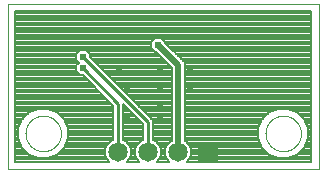
<source format=gbl>
G75*
%MOIN*%
%OFA0B0*%
%FSLAX25Y25*%
%IPPOS*%
%LPD*%
%AMOC8*
5,1,8,0,0,1.08239X$1,22.5*
%
%ADD10C,0.00000*%
%ADD11R,0.06500X0.06500*%
%ADD12C,0.06500*%
%ADD13C,0.02400*%
%ADD14C,0.01000*%
%ADD15C,0.00800*%
%ADD16C,0.02000*%
D10*
X0001400Y0001400D02*
X0001400Y0056518D01*
X0105022Y0056518D01*
X0105022Y0001400D01*
X0001400Y0001400D01*
X0007305Y0013211D02*
X0007307Y0013364D01*
X0007313Y0013518D01*
X0007323Y0013671D01*
X0007337Y0013823D01*
X0007355Y0013976D01*
X0007377Y0014127D01*
X0007402Y0014278D01*
X0007432Y0014429D01*
X0007466Y0014579D01*
X0007503Y0014727D01*
X0007544Y0014875D01*
X0007589Y0015021D01*
X0007638Y0015167D01*
X0007691Y0015311D01*
X0007747Y0015453D01*
X0007807Y0015594D01*
X0007871Y0015734D01*
X0007938Y0015872D01*
X0008009Y0016008D01*
X0008084Y0016142D01*
X0008161Y0016274D01*
X0008243Y0016404D01*
X0008327Y0016532D01*
X0008415Y0016658D01*
X0008506Y0016781D01*
X0008600Y0016902D01*
X0008698Y0017020D01*
X0008798Y0017136D01*
X0008902Y0017249D01*
X0009008Y0017360D01*
X0009117Y0017468D01*
X0009229Y0017573D01*
X0009343Y0017674D01*
X0009461Y0017773D01*
X0009580Y0017869D01*
X0009702Y0017962D01*
X0009827Y0018051D01*
X0009954Y0018138D01*
X0010083Y0018220D01*
X0010214Y0018300D01*
X0010347Y0018376D01*
X0010482Y0018449D01*
X0010619Y0018518D01*
X0010758Y0018583D01*
X0010898Y0018645D01*
X0011040Y0018703D01*
X0011183Y0018758D01*
X0011328Y0018809D01*
X0011474Y0018856D01*
X0011621Y0018899D01*
X0011769Y0018938D01*
X0011918Y0018974D01*
X0012068Y0019005D01*
X0012219Y0019033D01*
X0012370Y0019057D01*
X0012523Y0019077D01*
X0012675Y0019093D01*
X0012828Y0019105D01*
X0012981Y0019113D01*
X0013134Y0019117D01*
X0013288Y0019117D01*
X0013441Y0019113D01*
X0013594Y0019105D01*
X0013747Y0019093D01*
X0013899Y0019077D01*
X0014052Y0019057D01*
X0014203Y0019033D01*
X0014354Y0019005D01*
X0014504Y0018974D01*
X0014653Y0018938D01*
X0014801Y0018899D01*
X0014948Y0018856D01*
X0015094Y0018809D01*
X0015239Y0018758D01*
X0015382Y0018703D01*
X0015524Y0018645D01*
X0015664Y0018583D01*
X0015803Y0018518D01*
X0015940Y0018449D01*
X0016075Y0018376D01*
X0016208Y0018300D01*
X0016339Y0018220D01*
X0016468Y0018138D01*
X0016595Y0018051D01*
X0016720Y0017962D01*
X0016842Y0017869D01*
X0016961Y0017773D01*
X0017079Y0017674D01*
X0017193Y0017573D01*
X0017305Y0017468D01*
X0017414Y0017360D01*
X0017520Y0017249D01*
X0017624Y0017136D01*
X0017724Y0017020D01*
X0017822Y0016902D01*
X0017916Y0016781D01*
X0018007Y0016658D01*
X0018095Y0016532D01*
X0018179Y0016404D01*
X0018261Y0016274D01*
X0018338Y0016142D01*
X0018413Y0016008D01*
X0018484Y0015872D01*
X0018551Y0015734D01*
X0018615Y0015594D01*
X0018675Y0015453D01*
X0018731Y0015311D01*
X0018784Y0015167D01*
X0018833Y0015021D01*
X0018878Y0014875D01*
X0018919Y0014727D01*
X0018956Y0014579D01*
X0018990Y0014429D01*
X0019020Y0014278D01*
X0019045Y0014127D01*
X0019067Y0013976D01*
X0019085Y0013823D01*
X0019099Y0013671D01*
X0019109Y0013518D01*
X0019115Y0013364D01*
X0019117Y0013211D01*
X0019115Y0013058D01*
X0019109Y0012904D01*
X0019099Y0012751D01*
X0019085Y0012599D01*
X0019067Y0012446D01*
X0019045Y0012295D01*
X0019020Y0012144D01*
X0018990Y0011993D01*
X0018956Y0011843D01*
X0018919Y0011695D01*
X0018878Y0011547D01*
X0018833Y0011401D01*
X0018784Y0011255D01*
X0018731Y0011111D01*
X0018675Y0010969D01*
X0018615Y0010828D01*
X0018551Y0010688D01*
X0018484Y0010550D01*
X0018413Y0010414D01*
X0018338Y0010280D01*
X0018261Y0010148D01*
X0018179Y0010018D01*
X0018095Y0009890D01*
X0018007Y0009764D01*
X0017916Y0009641D01*
X0017822Y0009520D01*
X0017724Y0009402D01*
X0017624Y0009286D01*
X0017520Y0009173D01*
X0017414Y0009062D01*
X0017305Y0008954D01*
X0017193Y0008849D01*
X0017079Y0008748D01*
X0016961Y0008649D01*
X0016842Y0008553D01*
X0016720Y0008460D01*
X0016595Y0008371D01*
X0016468Y0008284D01*
X0016339Y0008202D01*
X0016208Y0008122D01*
X0016075Y0008046D01*
X0015940Y0007973D01*
X0015803Y0007904D01*
X0015664Y0007839D01*
X0015524Y0007777D01*
X0015382Y0007719D01*
X0015239Y0007664D01*
X0015094Y0007613D01*
X0014948Y0007566D01*
X0014801Y0007523D01*
X0014653Y0007484D01*
X0014504Y0007448D01*
X0014354Y0007417D01*
X0014203Y0007389D01*
X0014052Y0007365D01*
X0013899Y0007345D01*
X0013747Y0007329D01*
X0013594Y0007317D01*
X0013441Y0007309D01*
X0013288Y0007305D01*
X0013134Y0007305D01*
X0012981Y0007309D01*
X0012828Y0007317D01*
X0012675Y0007329D01*
X0012523Y0007345D01*
X0012370Y0007365D01*
X0012219Y0007389D01*
X0012068Y0007417D01*
X0011918Y0007448D01*
X0011769Y0007484D01*
X0011621Y0007523D01*
X0011474Y0007566D01*
X0011328Y0007613D01*
X0011183Y0007664D01*
X0011040Y0007719D01*
X0010898Y0007777D01*
X0010758Y0007839D01*
X0010619Y0007904D01*
X0010482Y0007973D01*
X0010347Y0008046D01*
X0010214Y0008122D01*
X0010083Y0008202D01*
X0009954Y0008284D01*
X0009827Y0008371D01*
X0009702Y0008460D01*
X0009580Y0008553D01*
X0009461Y0008649D01*
X0009343Y0008748D01*
X0009229Y0008849D01*
X0009117Y0008954D01*
X0009008Y0009062D01*
X0008902Y0009173D01*
X0008798Y0009286D01*
X0008698Y0009402D01*
X0008600Y0009520D01*
X0008506Y0009641D01*
X0008415Y0009764D01*
X0008327Y0009890D01*
X0008243Y0010018D01*
X0008161Y0010148D01*
X0008084Y0010280D01*
X0008009Y0010414D01*
X0007938Y0010550D01*
X0007871Y0010688D01*
X0007807Y0010828D01*
X0007747Y0010969D01*
X0007691Y0011111D01*
X0007638Y0011255D01*
X0007589Y0011401D01*
X0007544Y0011547D01*
X0007503Y0011695D01*
X0007466Y0011843D01*
X0007432Y0011993D01*
X0007402Y0012144D01*
X0007377Y0012295D01*
X0007355Y0012446D01*
X0007337Y0012599D01*
X0007323Y0012751D01*
X0007313Y0012904D01*
X0007307Y0013058D01*
X0007305Y0013211D01*
X0087305Y0013211D02*
X0087307Y0013364D01*
X0087313Y0013518D01*
X0087323Y0013671D01*
X0087337Y0013823D01*
X0087355Y0013976D01*
X0087377Y0014127D01*
X0087402Y0014278D01*
X0087432Y0014429D01*
X0087466Y0014579D01*
X0087503Y0014727D01*
X0087544Y0014875D01*
X0087589Y0015021D01*
X0087638Y0015167D01*
X0087691Y0015311D01*
X0087747Y0015453D01*
X0087807Y0015594D01*
X0087871Y0015734D01*
X0087938Y0015872D01*
X0088009Y0016008D01*
X0088084Y0016142D01*
X0088161Y0016274D01*
X0088243Y0016404D01*
X0088327Y0016532D01*
X0088415Y0016658D01*
X0088506Y0016781D01*
X0088600Y0016902D01*
X0088698Y0017020D01*
X0088798Y0017136D01*
X0088902Y0017249D01*
X0089008Y0017360D01*
X0089117Y0017468D01*
X0089229Y0017573D01*
X0089343Y0017674D01*
X0089461Y0017773D01*
X0089580Y0017869D01*
X0089702Y0017962D01*
X0089827Y0018051D01*
X0089954Y0018138D01*
X0090083Y0018220D01*
X0090214Y0018300D01*
X0090347Y0018376D01*
X0090482Y0018449D01*
X0090619Y0018518D01*
X0090758Y0018583D01*
X0090898Y0018645D01*
X0091040Y0018703D01*
X0091183Y0018758D01*
X0091328Y0018809D01*
X0091474Y0018856D01*
X0091621Y0018899D01*
X0091769Y0018938D01*
X0091918Y0018974D01*
X0092068Y0019005D01*
X0092219Y0019033D01*
X0092370Y0019057D01*
X0092523Y0019077D01*
X0092675Y0019093D01*
X0092828Y0019105D01*
X0092981Y0019113D01*
X0093134Y0019117D01*
X0093288Y0019117D01*
X0093441Y0019113D01*
X0093594Y0019105D01*
X0093747Y0019093D01*
X0093899Y0019077D01*
X0094052Y0019057D01*
X0094203Y0019033D01*
X0094354Y0019005D01*
X0094504Y0018974D01*
X0094653Y0018938D01*
X0094801Y0018899D01*
X0094948Y0018856D01*
X0095094Y0018809D01*
X0095239Y0018758D01*
X0095382Y0018703D01*
X0095524Y0018645D01*
X0095664Y0018583D01*
X0095803Y0018518D01*
X0095940Y0018449D01*
X0096075Y0018376D01*
X0096208Y0018300D01*
X0096339Y0018220D01*
X0096468Y0018138D01*
X0096595Y0018051D01*
X0096720Y0017962D01*
X0096842Y0017869D01*
X0096961Y0017773D01*
X0097079Y0017674D01*
X0097193Y0017573D01*
X0097305Y0017468D01*
X0097414Y0017360D01*
X0097520Y0017249D01*
X0097624Y0017136D01*
X0097724Y0017020D01*
X0097822Y0016902D01*
X0097916Y0016781D01*
X0098007Y0016658D01*
X0098095Y0016532D01*
X0098179Y0016404D01*
X0098261Y0016274D01*
X0098338Y0016142D01*
X0098413Y0016008D01*
X0098484Y0015872D01*
X0098551Y0015734D01*
X0098615Y0015594D01*
X0098675Y0015453D01*
X0098731Y0015311D01*
X0098784Y0015167D01*
X0098833Y0015021D01*
X0098878Y0014875D01*
X0098919Y0014727D01*
X0098956Y0014579D01*
X0098990Y0014429D01*
X0099020Y0014278D01*
X0099045Y0014127D01*
X0099067Y0013976D01*
X0099085Y0013823D01*
X0099099Y0013671D01*
X0099109Y0013518D01*
X0099115Y0013364D01*
X0099117Y0013211D01*
X0099115Y0013058D01*
X0099109Y0012904D01*
X0099099Y0012751D01*
X0099085Y0012599D01*
X0099067Y0012446D01*
X0099045Y0012295D01*
X0099020Y0012144D01*
X0098990Y0011993D01*
X0098956Y0011843D01*
X0098919Y0011695D01*
X0098878Y0011547D01*
X0098833Y0011401D01*
X0098784Y0011255D01*
X0098731Y0011111D01*
X0098675Y0010969D01*
X0098615Y0010828D01*
X0098551Y0010688D01*
X0098484Y0010550D01*
X0098413Y0010414D01*
X0098338Y0010280D01*
X0098261Y0010148D01*
X0098179Y0010018D01*
X0098095Y0009890D01*
X0098007Y0009764D01*
X0097916Y0009641D01*
X0097822Y0009520D01*
X0097724Y0009402D01*
X0097624Y0009286D01*
X0097520Y0009173D01*
X0097414Y0009062D01*
X0097305Y0008954D01*
X0097193Y0008849D01*
X0097079Y0008748D01*
X0096961Y0008649D01*
X0096842Y0008553D01*
X0096720Y0008460D01*
X0096595Y0008371D01*
X0096468Y0008284D01*
X0096339Y0008202D01*
X0096208Y0008122D01*
X0096075Y0008046D01*
X0095940Y0007973D01*
X0095803Y0007904D01*
X0095664Y0007839D01*
X0095524Y0007777D01*
X0095382Y0007719D01*
X0095239Y0007664D01*
X0095094Y0007613D01*
X0094948Y0007566D01*
X0094801Y0007523D01*
X0094653Y0007484D01*
X0094504Y0007448D01*
X0094354Y0007417D01*
X0094203Y0007389D01*
X0094052Y0007365D01*
X0093899Y0007345D01*
X0093747Y0007329D01*
X0093594Y0007317D01*
X0093441Y0007309D01*
X0093288Y0007305D01*
X0093134Y0007305D01*
X0092981Y0007309D01*
X0092828Y0007317D01*
X0092675Y0007329D01*
X0092523Y0007345D01*
X0092370Y0007365D01*
X0092219Y0007389D01*
X0092068Y0007417D01*
X0091918Y0007448D01*
X0091769Y0007484D01*
X0091621Y0007523D01*
X0091474Y0007566D01*
X0091328Y0007613D01*
X0091183Y0007664D01*
X0091040Y0007719D01*
X0090898Y0007777D01*
X0090758Y0007839D01*
X0090619Y0007904D01*
X0090482Y0007973D01*
X0090347Y0008046D01*
X0090214Y0008122D01*
X0090083Y0008202D01*
X0089954Y0008284D01*
X0089827Y0008371D01*
X0089702Y0008460D01*
X0089580Y0008553D01*
X0089461Y0008649D01*
X0089343Y0008748D01*
X0089229Y0008849D01*
X0089117Y0008954D01*
X0089008Y0009062D01*
X0088902Y0009173D01*
X0088798Y0009286D01*
X0088698Y0009402D01*
X0088600Y0009520D01*
X0088506Y0009641D01*
X0088415Y0009764D01*
X0088327Y0009890D01*
X0088243Y0010018D01*
X0088161Y0010148D01*
X0088084Y0010280D01*
X0088009Y0010414D01*
X0087938Y0010550D01*
X0087871Y0010688D01*
X0087807Y0010828D01*
X0087747Y0010969D01*
X0087691Y0011111D01*
X0087638Y0011255D01*
X0087589Y0011401D01*
X0087544Y0011547D01*
X0087503Y0011695D01*
X0087466Y0011843D01*
X0087432Y0011993D01*
X0087402Y0012144D01*
X0087377Y0012295D01*
X0087355Y0012446D01*
X0087337Y0012599D01*
X0087323Y0012751D01*
X0087313Y0012904D01*
X0087307Y0013058D01*
X0087305Y0013211D01*
D11*
X0068211Y0007000D03*
D12*
X0058211Y0007000D03*
X0048211Y0007000D03*
X0038211Y0007000D03*
D13*
X0041300Y0018000D03*
X0052300Y0018000D03*
X0052300Y0023000D03*
X0052300Y0028000D03*
X0062300Y0028000D03*
X0062300Y0033600D03*
X0052300Y0033600D03*
X0041300Y0028000D03*
X0038600Y0033600D03*
X0026400Y0034900D03*
X0026400Y0038800D03*
X0051500Y0042739D03*
D14*
X0038211Y0023089D02*
X0026400Y0034900D01*
X0026400Y0038800D02*
X0048211Y0016989D01*
X0048211Y0007000D01*
X0038211Y0007000D02*
X0038211Y0023089D01*
D15*
X0036611Y0022426D02*
X0036611Y0011046D01*
X0035747Y0010688D01*
X0034523Y0009464D01*
X0033861Y0007865D01*
X0033861Y0006135D01*
X0034523Y0004536D01*
X0035259Y0003800D01*
X0003800Y0003800D01*
X0003800Y0054118D01*
X0102622Y0054118D01*
X0102622Y0003800D01*
X0061163Y0003800D01*
X0061899Y0004536D01*
X0062561Y0006135D01*
X0062561Y0007865D01*
X0061899Y0009464D01*
X0060675Y0010688D01*
X0060311Y0010839D01*
X0060311Y0036897D01*
X0053800Y0043408D01*
X0053800Y0043691D01*
X0052453Y0045039D01*
X0050547Y0045039D01*
X0049200Y0043691D01*
X0049200Y0041786D01*
X0050547Y0040439D01*
X0050830Y0040439D01*
X0056111Y0035158D01*
X0056111Y0010839D01*
X0055747Y0010688D01*
X0054523Y0009464D01*
X0053861Y0007865D01*
X0053861Y0006135D01*
X0054523Y0004536D01*
X0055259Y0003800D01*
X0051163Y0003800D01*
X0051899Y0004536D01*
X0052561Y0006135D01*
X0052561Y0007865D01*
X0051899Y0009464D01*
X0050675Y0010688D01*
X0049811Y0011046D01*
X0049811Y0017652D01*
X0048874Y0018589D01*
X0028700Y0038763D01*
X0028700Y0039753D01*
X0027353Y0041100D01*
X0025447Y0041100D01*
X0024100Y0039753D01*
X0024100Y0037847D01*
X0025097Y0036850D01*
X0024100Y0035853D01*
X0024100Y0033947D01*
X0025447Y0032600D01*
X0026437Y0032600D01*
X0036611Y0022426D01*
X0036611Y0022161D02*
X0003800Y0022161D01*
X0003800Y0022960D02*
X0036077Y0022960D01*
X0035279Y0023758D02*
X0003800Y0023758D01*
X0003800Y0024557D02*
X0034480Y0024557D01*
X0033682Y0025355D02*
X0003800Y0025355D01*
X0003800Y0026154D02*
X0032883Y0026154D01*
X0032085Y0026952D02*
X0003800Y0026952D01*
X0003800Y0027751D02*
X0031286Y0027751D01*
X0030488Y0028549D02*
X0003800Y0028549D01*
X0003800Y0029348D02*
X0029689Y0029348D01*
X0028891Y0030146D02*
X0003800Y0030146D01*
X0003800Y0030945D02*
X0028092Y0030945D01*
X0027294Y0031743D02*
X0003800Y0031743D01*
X0003800Y0032542D02*
X0026495Y0032542D01*
X0024707Y0033340D02*
X0003800Y0033340D01*
X0003800Y0034139D02*
X0024100Y0034139D01*
X0024100Y0034937D02*
X0003800Y0034937D01*
X0003800Y0035736D02*
X0024100Y0035736D01*
X0024782Y0036534D02*
X0003800Y0036534D01*
X0003800Y0037333D02*
X0024614Y0037333D01*
X0024100Y0038132D02*
X0003800Y0038132D01*
X0003800Y0038930D02*
X0024100Y0038930D01*
X0024100Y0039729D02*
X0003800Y0039729D01*
X0003800Y0040527D02*
X0024874Y0040527D01*
X0027926Y0040527D02*
X0050459Y0040527D01*
X0051540Y0039729D02*
X0028700Y0039729D01*
X0028700Y0038930D02*
X0052339Y0038930D01*
X0053137Y0038132D02*
X0029331Y0038132D01*
X0030130Y0037333D02*
X0053936Y0037333D01*
X0054734Y0036534D02*
X0030928Y0036534D01*
X0031727Y0035736D02*
X0055533Y0035736D01*
X0056111Y0034937D02*
X0032525Y0034937D01*
X0033324Y0034139D02*
X0056111Y0034139D01*
X0056111Y0033340D02*
X0034122Y0033340D01*
X0034921Y0032542D02*
X0056111Y0032542D01*
X0056111Y0031743D02*
X0035719Y0031743D01*
X0036518Y0030945D02*
X0056111Y0030945D01*
X0056111Y0030146D02*
X0037316Y0030146D01*
X0038115Y0029348D02*
X0056111Y0029348D01*
X0056111Y0028549D02*
X0038913Y0028549D01*
X0039712Y0027751D02*
X0056111Y0027751D01*
X0056111Y0026952D02*
X0040510Y0026952D01*
X0041309Y0026154D02*
X0056111Y0026154D01*
X0056111Y0025355D02*
X0042107Y0025355D01*
X0042906Y0024557D02*
X0056111Y0024557D01*
X0056111Y0023758D02*
X0043704Y0023758D01*
X0044503Y0022960D02*
X0056111Y0022960D01*
X0056111Y0022161D02*
X0045301Y0022161D01*
X0046100Y0021363D02*
X0056111Y0021363D01*
X0056111Y0020564D02*
X0046898Y0020564D01*
X0047697Y0019766D02*
X0056111Y0019766D01*
X0056111Y0018967D02*
X0048495Y0018967D01*
X0049294Y0018169D02*
X0056111Y0018169D01*
X0056111Y0017370D02*
X0049811Y0017370D01*
X0049811Y0016572D02*
X0056111Y0016572D01*
X0056111Y0015773D02*
X0049811Y0015773D01*
X0049811Y0014975D02*
X0056111Y0014975D01*
X0056111Y0014176D02*
X0049811Y0014176D01*
X0049811Y0013378D02*
X0056111Y0013378D01*
X0056111Y0012579D02*
X0049811Y0012579D01*
X0049811Y0011781D02*
X0056111Y0011781D01*
X0056111Y0010982D02*
X0049964Y0010982D01*
X0051179Y0010184D02*
X0055243Y0010184D01*
X0054491Y0009385D02*
X0051931Y0009385D01*
X0052262Y0008587D02*
X0054160Y0008587D01*
X0053861Y0007788D02*
X0052561Y0007788D01*
X0052561Y0006990D02*
X0053861Y0006990D01*
X0053861Y0006191D02*
X0052561Y0006191D01*
X0052254Y0005393D02*
X0054168Y0005393D01*
X0054499Y0004594D02*
X0051923Y0004594D01*
X0045259Y0003800D02*
X0041163Y0003800D01*
X0041899Y0004536D01*
X0042561Y0006135D01*
X0042561Y0007865D01*
X0041899Y0009464D01*
X0040675Y0010688D01*
X0039811Y0011046D01*
X0039811Y0023126D01*
X0046611Y0016326D01*
X0046611Y0011046D01*
X0045747Y0010688D01*
X0044523Y0009464D01*
X0043861Y0007865D01*
X0043861Y0006135D01*
X0044523Y0004536D01*
X0045259Y0003800D01*
X0044499Y0004594D02*
X0041923Y0004594D01*
X0042254Y0005393D02*
X0044168Y0005393D01*
X0043861Y0006191D02*
X0042561Y0006191D01*
X0042561Y0006990D02*
X0043861Y0006990D01*
X0043861Y0007788D02*
X0042561Y0007788D01*
X0042262Y0008587D02*
X0044160Y0008587D01*
X0044491Y0009385D02*
X0041931Y0009385D01*
X0041179Y0010184D02*
X0045243Y0010184D01*
X0046458Y0010982D02*
X0039964Y0010982D01*
X0039811Y0011781D02*
X0046611Y0011781D01*
X0046611Y0012579D02*
X0039811Y0012579D01*
X0039811Y0013378D02*
X0046611Y0013378D01*
X0046611Y0014176D02*
X0039811Y0014176D01*
X0039811Y0014975D02*
X0046611Y0014975D01*
X0046611Y0015773D02*
X0039811Y0015773D01*
X0039811Y0016572D02*
X0046366Y0016572D01*
X0045567Y0017370D02*
X0039811Y0017370D01*
X0039811Y0018169D02*
X0044769Y0018169D01*
X0043970Y0018967D02*
X0039811Y0018967D01*
X0039811Y0019766D02*
X0043171Y0019766D01*
X0042373Y0020564D02*
X0039811Y0020564D01*
X0039811Y0021363D02*
X0041574Y0021363D01*
X0040776Y0022161D02*
X0039811Y0022161D01*
X0039811Y0022960D02*
X0039977Y0022960D01*
X0036611Y0021363D02*
X0015234Y0021363D01*
X0014863Y0021517D02*
X0011559Y0021517D01*
X0008506Y0020252D01*
X0006170Y0017916D01*
X0004906Y0014863D01*
X0004906Y0011559D01*
X0006170Y0008506D01*
X0008506Y0006170D01*
X0011559Y0004906D01*
X0014863Y0004906D01*
X0017916Y0006170D01*
X0020252Y0008506D01*
X0021517Y0011559D01*
X0021517Y0014863D01*
X0020252Y0017916D01*
X0017916Y0020252D01*
X0014863Y0021517D01*
X0017162Y0020564D02*
X0036611Y0020564D01*
X0036611Y0019766D02*
X0018402Y0019766D01*
X0019201Y0018967D02*
X0036611Y0018967D01*
X0036611Y0018169D02*
X0019999Y0018169D01*
X0020478Y0017370D02*
X0036611Y0017370D01*
X0036611Y0016572D02*
X0020809Y0016572D01*
X0021140Y0015773D02*
X0036611Y0015773D01*
X0036611Y0014975D02*
X0021470Y0014975D01*
X0021517Y0014176D02*
X0036611Y0014176D01*
X0036611Y0013378D02*
X0021517Y0013378D01*
X0021517Y0012579D02*
X0036611Y0012579D01*
X0036611Y0011781D02*
X0021517Y0011781D01*
X0021278Y0010982D02*
X0036458Y0010982D01*
X0035243Y0010184D02*
X0020947Y0010184D01*
X0020616Y0009385D02*
X0034491Y0009385D01*
X0034160Y0008587D02*
X0020285Y0008587D01*
X0019534Y0007788D02*
X0033861Y0007788D01*
X0033861Y0006990D02*
X0018735Y0006990D01*
X0017937Y0006191D02*
X0033861Y0006191D01*
X0034168Y0005393D02*
X0016039Y0005393D01*
X0010383Y0005393D02*
X0003800Y0005393D01*
X0003800Y0006191D02*
X0008485Y0006191D01*
X0007687Y0006990D02*
X0003800Y0006990D01*
X0003800Y0007788D02*
X0006888Y0007788D01*
X0006137Y0008587D02*
X0003800Y0008587D01*
X0003800Y0009385D02*
X0005806Y0009385D01*
X0005475Y0010184D02*
X0003800Y0010184D01*
X0003800Y0010982D02*
X0005144Y0010982D01*
X0004906Y0011781D02*
X0003800Y0011781D01*
X0003800Y0012579D02*
X0004906Y0012579D01*
X0004906Y0013378D02*
X0003800Y0013378D01*
X0003800Y0014176D02*
X0004906Y0014176D01*
X0004952Y0014975D02*
X0003800Y0014975D01*
X0003800Y0015773D02*
X0005282Y0015773D01*
X0005613Y0016572D02*
X0003800Y0016572D01*
X0003800Y0017370D02*
X0005944Y0017370D01*
X0006423Y0018169D02*
X0003800Y0018169D01*
X0003800Y0018967D02*
X0007221Y0018967D01*
X0008020Y0019766D02*
X0003800Y0019766D01*
X0003800Y0020564D02*
X0009260Y0020564D01*
X0011188Y0021363D02*
X0003800Y0021363D01*
X0003800Y0004594D02*
X0034499Y0004594D01*
X0060311Y0010982D02*
X0085144Y0010982D01*
X0084906Y0011559D02*
X0086170Y0008506D01*
X0088506Y0006170D01*
X0091559Y0004906D01*
X0094863Y0004906D01*
X0097916Y0006170D01*
X0100252Y0008506D01*
X0101517Y0011559D01*
X0101517Y0014863D01*
X0100252Y0017916D01*
X0097916Y0020252D01*
X0094863Y0021517D01*
X0091559Y0021517D01*
X0088506Y0020252D01*
X0086170Y0017916D01*
X0084906Y0014863D01*
X0084906Y0011559D01*
X0084906Y0011781D02*
X0060311Y0011781D01*
X0060311Y0012579D02*
X0084906Y0012579D01*
X0084906Y0013378D02*
X0060311Y0013378D01*
X0060311Y0014176D02*
X0084906Y0014176D01*
X0084952Y0014975D02*
X0060311Y0014975D01*
X0060311Y0015773D02*
X0085282Y0015773D01*
X0085613Y0016572D02*
X0060311Y0016572D01*
X0060311Y0017370D02*
X0085944Y0017370D01*
X0086423Y0018169D02*
X0060311Y0018169D01*
X0060311Y0018967D02*
X0087221Y0018967D01*
X0088020Y0019766D02*
X0060311Y0019766D01*
X0060311Y0020564D02*
X0089260Y0020564D01*
X0091188Y0021363D02*
X0060311Y0021363D01*
X0060311Y0022161D02*
X0102622Y0022161D01*
X0102622Y0022960D02*
X0060311Y0022960D01*
X0060311Y0023758D02*
X0102622Y0023758D01*
X0102622Y0024557D02*
X0060311Y0024557D01*
X0060311Y0025355D02*
X0102622Y0025355D01*
X0102622Y0026154D02*
X0060311Y0026154D01*
X0060311Y0026952D02*
X0102622Y0026952D01*
X0102622Y0027751D02*
X0060311Y0027751D01*
X0060311Y0028549D02*
X0102622Y0028549D01*
X0102622Y0029348D02*
X0060311Y0029348D01*
X0060311Y0030146D02*
X0102622Y0030146D01*
X0102622Y0030945D02*
X0060311Y0030945D01*
X0060311Y0031743D02*
X0102622Y0031743D01*
X0102622Y0032542D02*
X0060311Y0032542D01*
X0060311Y0033340D02*
X0102622Y0033340D01*
X0102622Y0034139D02*
X0060311Y0034139D01*
X0060311Y0034937D02*
X0102622Y0034937D01*
X0102622Y0035736D02*
X0060311Y0035736D01*
X0060311Y0036534D02*
X0102622Y0036534D01*
X0102622Y0037333D02*
X0059875Y0037333D01*
X0059077Y0038132D02*
X0102622Y0038132D01*
X0102622Y0038930D02*
X0058278Y0038930D01*
X0057480Y0039729D02*
X0102622Y0039729D01*
X0102622Y0040527D02*
X0056681Y0040527D01*
X0055883Y0041326D02*
X0102622Y0041326D01*
X0102622Y0042124D02*
X0055084Y0042124D01*
X0054286Y0042923D02*
X0102622Y0042923D01*
X0102622Y0043721D02*
X0053770Y0043721D01*
X0052972Y0044520D02*
X0102622Y0044520D01*
X0102622Y0045318D02*
X0003800Y0045318D01*
X0003800Y0044520D02*
X0050028Y0044520D01*
X0049230Y0043721D02*
X0003800Y0043721D01*
X0003800Y0042923D02*
X0049200Y0042923D01*
X0049200Y0042124D02*
X0003800Y0042124D01*
X0003800Y0041326D02*
X0049660Y0041326D01*
X0003800Y0046117D02*
X0102622Y0046117D01*
X0102622Y0046915D02*
X0003800Y0046915D01*
X0003800Y0047714D02*
X0102622Y0047714D01*
X0102622Y0048512D02*
X0003800Y0048512D01*
X0003800Y0049311D02*
X0102622Y0049311D01*
X0102622Y0050109D02*
X0003800Y0050109D01*
X0003800Y0050908D02*
X0102622Y0050908D01*
X0102622Y0051706D02*
X0003800Y0051706D01*
X0003800Y0052505D02*
X0102622Y0052505D01*
X0102622Y0053303D02*
X0003800Y0053303D01*
X0003800Y0054102D02*
X0102622Y0054102D01*
X0102622Y0021363D02*
X0095234Y0021363D01*
X0097162Y0020564D02*
X0102622Y0020564D01*
X0102622Y0019766D02*
X0098402Y0019766D01*
X0099201Y0018967D02*
X0102622Y0018967D01*
X0102622Y0018169D02*
X0099999Y0018169D01*
X0100478Y0017370D02*
X0102622Y0017370D01*
X0102622Y0016572D02*
X0100809Y0016572D01*
X0101140Y0015773D02*
X0102622Y0015773D01*
X0102622Y0014975D02*
X0101470Y0014975D01*
X0101517Y0014176D02*
X0102622Y0014176D01*
X0102622Y0013378D02*
X0101517Y0013378D01*
X0101517Y0012579D02*
X0102622Y0012579D01*
X0102622Y0011781D02*
X0101517Y0011781D01*
X0101278Y0010982D02*
X0102622Y0010982D01*
X0102622Y0010184D02*
X0100947Y0010184D01*
X0100616Y0009385D02*
X0102622Y0009385D01*
X0102622Y0008587D02*
X0100285Y0008587D01*
X0099534Y0007788D02*
X0102622Y0007788D01*
X0102622Y0006990D02*
X0098735Y0006990D01*
X0097937Y0006191D02*
X0102622Y0006191D01*
X0102622Y0005393D02*
X0096039Y0005393D01*
X0090383Y0005393D02*
X0062254Y0005393D01*
X0062561Y0006191D02*
X0088485Y0006191D01*
X0087687Y0006990D02*
X0062561Y0006990D01*
X0062561Y0007788D02*
X0086888Y0007788D01*
X0086137Y0008587D02*
X0062262Y0008587D01*
X0061931Y0009385D02*
X0085806Y0009385D01*
X0085475Y0010184D02*
X0061179Y0010184D01*
X0061923Y0004594D02*
X0102622Y0004594D01*
D16*
X0058211Y0007000D02*
X0058211Y0036028D01*
X0051500Y0042739D01*
M02*

</source>
